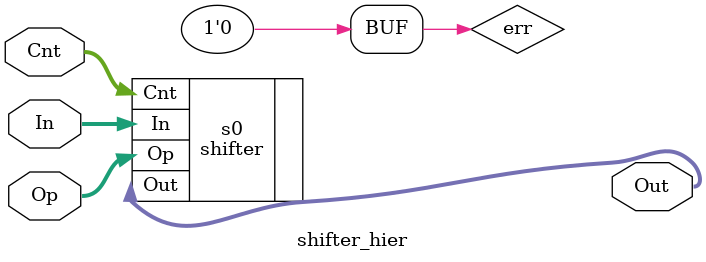
<source format=v>
module shifter_hier(In, Cnt, Op, Out);

   input [15:0] In;
   input [3:0]  Cnt;
   input [1:0]  Op;
   output [15:0] Out;

   wire clk;
   wire rst;
   wire err;

   wire [15:0] s0_s2;

   assign err = 1'b0;
 
   clkrst c0(
             // Outputs
             .clk                       (clk),
             .rst                       (rst),
             // Inputs
             .err                       (err)
            );

   shifter s0(
              // Outputs
              .Out                      (Out),
              // Inputs
              .In                       (In),
              .Cnt                      (Cnt),
              .Op                       (Op)
             );
   
endmodule // shifter_hier

</source>
